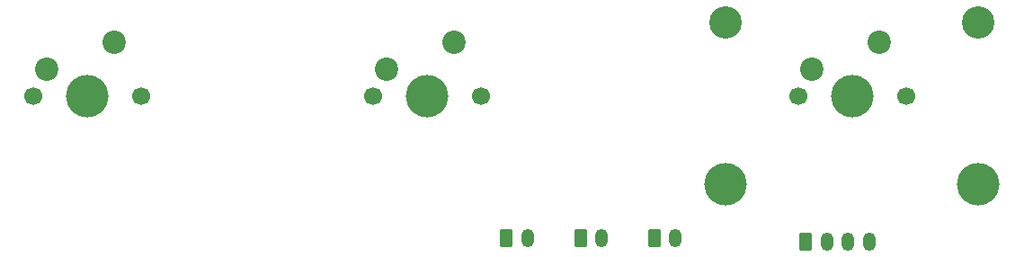
<source format=gbr>
%TF.GenerationSoftware,KiCad,Pcbnew,8.0.8*%
%TF.CreationDate,2025-06-04T22:45:30+02:00*%
%TF.ProjectId,KeyswitchCarrierMk3,4b657973-7769-4746-9368-436172726965,rev?*%
%TF.SameCoordinates,Original*%
%TF.FileFunction,Soldermask,Bot*%
%TF.FilePolarity,Negative*%
%FSLAX46Y46*%
G04 Gerber Fmt 4.6, Leading zero omitted, Abs format (unit mm)*
G04 Created by KiCad (PCBNEW 8.0.8) date 2025-06-04 22:45:30*
%MOMM*%
%LPD*%
G01*
G04 APERTURE LIST*
G04 Aperture macros list*
%AMRoundRect*
0 Rectangle with rounded corners*
0 $1 Rounding radius*
0 $2 $3 $4 $5 $6 $7 $8 $9 X,Y pos of 4 corners*
0 Add a 4 corners polygon primitive as box body*
4,1,4,$2,$3,$4,$5,$6,$7,$8,$9,$2,$3,0*
0 Add four circle primitives for the rounded corners*
1,1,$1+$1,$2,$3*
1,1,$1+$1,$4,$5*
1,1,$1+$1,$6,$7*
1,1,$1+$1,$8,$9*
0 Add four rect primitives between the rounded corners*
20,1,$1+$1,$2,$3,$4,$5,0*
20,1,$1+$1,$4,$5,$6,$7,0*
20,1,$1+$1,$6,$7,$8,$9,0*
20,1,$1+$1,$8,$9,$2,$3,0*%
G04 Aperture macros list end*
%ADD10C,1.700000*%
%ADD11C,4.000000*%
%ADD12C,2.200000*%
%ADD13C,3.050000*%
%ADD14RoundRect,0.250000X-0.350000X-0.625000X0.350000X-0.625000X0.350000X0.625000X-0.350000X0.625000X0*%
%ADD15O,1.200000X1.750000*%
G04 APERTURE END LIST*
D10*
%TO.C,SW2*%
X133638833Y-71678961D03*
D11*
X138718833Y-71678961D03*
D10*
X143798833Y-71678961D03*
D12*
X141258833Y-66598961D03*
X134908833Y-69138961D03*
%TD*%
D13*
%TO.C,SW3*%
X166868830Y-64688960D03*
D11*
X166868830Y-79928960D03*
D10*
X173688830Y-71688960D03*
D11*
X178768830Y-71688960D03*
D10*
X183848830Y-71688960D03*
D13*
X190668830Y-64688960D03*
D11*
X190668830Y-79928960D03*
D12*
X181308830Y-66608960D03*
X174958830Y-69148960D03*
%TD*%
D10*
%TO.C,SW1*%
X101688834Y-71688960D03*
D11*
X106768834Y-71688960D03*
D10*
X111848834Y-71688960D03*
D12*
X109308834Y-66608960D03*
X102958834Y-69148960D03*
%TD*%
D14*
%TO.C,J4*%
X174400000Y-85350000D03*
D15*
X176400000Y-85350000D03*
X178400000Y-85350000D03*
X180400000Y-85350000D03*
%TD*%
D14*
%TO.C,J1*%
X146250000Y-85000000D03*
D15*
X148250000Y-85000000D03*
%TD*%
D14*
%TO.C,J2*%
X153200000Y-85000000D03*
D15*
X155200000Y-85000000D03*
%TD*%
D14*
%TO.C,J3*%
X160150000Y-85000000D03*
D15*
X162150000Y-85000000D03*
%TD*%
M02*

</source>
